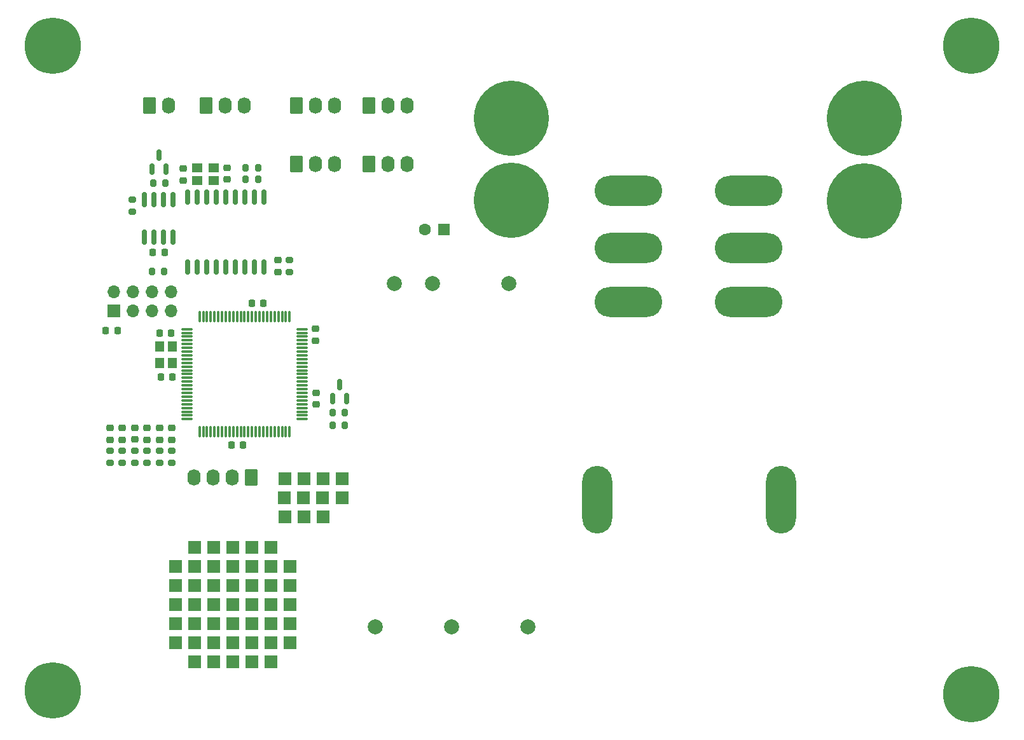
<source format=gbr>
%TF.GenerationSoftware,KiCad,Pcbnew,6.0.4-6f826c9f35~116~ubuntu20.04.1*%
%TF.CreationDate,2022-04-19T19:11:04+03:00*%
%TF.ProjectId,oskar_feet_rev1,6f736b61-725f-4666-9565-745f72657631,rev?*%
%TF.SameCoordinates,Original*%
%TF.FileFunction,Soldermask,Top*%
%TF.FilePolarity,Negative*%
%FSLAX46Y46*%
G04 Gerber Fmt 4.6, Leading zero omitted, Abs format (unit mm)*
G04 Created by KiCad (PCBNEW 6.0.4-6f826c9f35~116~ubuntu20.04.1) date 2022-04-19 19:11:04*
%MOMM*%
%LPD*%
G01*
G04 APERTURE LIST*
G04 Aperture macros list*
%AMRoundRect*
0 Rectangle with rounded corners*
0 $1 Rounding radius*
0 $2 $3 $4 $5 $6 $7 $8 $9 X,Y pos of 4 corners*
0 Add a 4 corners polygon primitive as box body*
4,1,4,$2,$3,$4,$5,$6,$7,$8,$9,$2,$3,0*
0 Add four circle primitives for the rounded corners*
1,1,$1+$1,$2,$3*
1,1,$1+$1,$4,$5*
1,1,$1+$1,$6,$7*
1,1,$1+$1,$8,$9*
0 Add four rect primitives between the rounded corners*
20,1,$1+$1,$2,$3,$4,$5,0*
20,1,$1+$1,$4,$5,$6,$7,0*
20,1,$1+$1,$6,$7,$8,$9,0*
20,1,$1+$1,$8,$9,$2,$3,0*%
G04 Aperture macros list end*
%ADD10R,1.700000X1.700000*%
%ADD11RoundRect,0.250000X-0.620000X-0.845000X0.620000X-0.845000X0.620000X0.845000X-0.620000X0.845000X0*%
%ADD12O,1.740000X2.190000*%
%ADD13RoundRect,0.200000X0.275000X-0.200000X0.275000X0.200000X-0.275000X0.200000X-0.275000X-0.200000X0*%
%ADD14C,7.500000*%
%ADD15C,4.700000*%
%ADD16RoundRect,0.218750X0.256250X-0.218750X0.256250X0.218750X-0.256250X0.218750X-0.256250X-0.218750X0*%
%ADD17RoundRect,0.225000X-0.225000X-0.250000X0.225000X-0.250000X0.225000X0.250000X-0.225000X0.250000X0*%
%ADD18RoundRect,0.225000X0.225000X0.250000X-0.225000X0.250000X-0.225000X-0.250000X0.225000X-0.250000X0*%
%ADD19RoundRect,0.075000X-0.075000X0.662500X-0.075000X-0.662500X0.075000X-0.662500X0.075000X0.662500X0*%
%ADD20RoundRect,0.075000X-0.662500X0.075000X-0.662500X-0.075000X0.662500X-0.075000X0.662500X0.075000X0*%
%ADD21O,1.700000X1.700000*%
%ADD22RoundRect,0.150000X0.150000X-0.587500X0.150000X0.587500X-0.150000X0.587500X-0.150000X-0.587500X0*%
%ADD23C,10.000000*%
%ADD24RoundRect,0.200000X-0.200000X-0.275000X0.200000X-0.275000X0.200000X0.275000X-0.200000X0.275000X0*%
%ADD25O,4.000000X9.000000*%
%ADD26O,9.000000X4.000000*%
%ADD27RoundRect,0.200000X-0.275000X0.200000X-0.275000X-0.200000X0.275000X-0.200000X0.275000X0.200000X0*%
%ADD28RoundRect,0.225000X0.250000X-0.225000X0.250000X0.225000X-0.250000X0.225000X-0.250000X-0.225000X0*%
%ADD29RoundRect,0.150000X0.150000X-0.825000X0.150000X0.825000X-0.150000X0.825000X-0.150000X-0.825000X0*%
%ADD30C,2.000000*%
%ADD31R,1.400000X1.200000*%
%ADD32RoundRect,0.200000X0.200000X0.275000X-0.200000X0.275000X-0.200000X-0.275000X0.200000X-0.275000X0*%
%ADD33RoundRect,0.250000X0.620000X0.845000X-0.620000X0.845000X-0.620000X-0.845000X0.620000X-0.845000X0*%
%ADD34RoundRect,0.150000X-0.150000X0.875000X-0.150000X-0.875000X0.150000X-0.875000X0.150000X0.875000X0*%
%ADD35RoundRect,0.225000X-0.250000X0.225000X-0.250000X-0.225000X0.250000X-0.225000X0.250000X0.225000X0*%
%ADD36R,1.200000X1.400000*%
%ADD37R,1.600000X1.600000*%
%ADD38C,1.600000*%
G04 APERTURE END LIST*
D10*
%TO.C,J47*%
X79476600Y-143027400D03*
%TD*%
%TO.C,J40*%
X74396600Y-135407400D03*
%TD*%
%TO.C,J63*%
X88856200Y-126212600D03*
%TD*%
D11*
%TO.C,J2*%
X68386760Y-73970850D03*
D12*
X70926760Y-73970850D03*
%TD*%
D13*
%TO.C,R11*%
X69723000Y-121602000D03*
X69723000Y-119952000D03*
%TD*%
%TO.C,R9*%
X66421000Y-121602000D03*
X66421000Y-119952000D03*
%TD*%
D10*
%TO.C,J53*%
X79476600Y-145567400D03*
%TD*%
D14*
%TO.C,H3*%
X55499000Y-151892000D03*
D15*
X55499000Y-151892000D03*
%TD*%
D16*
%TO.C,D3*%
X64770000Y-118516500D03*
X64770000Y-116941500D03*
%TD*%
D10*
%TO.C,J30*%
X79476600Y-148107400D03*
%TD*%
D17*
%TO.C,C4*%
X69752800Y-104291900D03*
X71302800Y-104291900D03*
%TD*%
D18*
%TO.C,C11*%
X70406360Y-93559650D03*
X68856360Y-93559650D03*
%TD*%
D14*
%TO.C,H4*%
X177800000Y-66040000D03*
D15*
X177800000Y-66040000D03*
%TD*%
D18*
%TO.C,C5*%
X64148000Y-104013000D03*
X62598000Y-104013000D03*
%TD*%
D10*
%TO.C,J65*%
X86436200Y-128752600D03*
%TD*%
D19*
%TO.C,U1*%
X87057000Y-102108000D03*
X86557000Y-102108000D03*
X86057000Y-102108000D03*
X85557000Y-102108000D03*
X85057000Y-102108000D03*
X84557000Y-102108000D03*
X84057000Y-102108000D03*
X83557000Y-102108000D03*
X83057000Y-102108000D03*
X82557000Y-102108000D03*
X82057000Y-102108000D03*
X81557000Y-102108000D03*
X81057000Y-102108000D03*
X80557000Y-102108000D03*
X80057000Y-102108000D03*
X79557000Y-102108000D03*
X79057000Y-102108000D03*
X78557000Y-102108000D03*
X78057000Y-102108000D03*
X77557000Y-102108000D03*
X77057000Y-102108000D03*
X76557000Y-102108000D03*
X76057000Y-102108000D03*
X75557000Y-102108000D03*
X75057000Y-102108000D03*
D20*
X73394500Y-103770500D03*
X73394500Y-104270500D03*
X73394500Y-104770500D03*
X73394500Y-105270500D03*
X73394500Y-105770500D03*
X73394500Y-106270500D03*
X73394500Y-106770500D03*
X73394500Y-107270500D03*
X73394500Y-107770500D03*
X73394500Y-108270500D03*
X73394500Y-108770500D03*
X73394500Y-109270500D03*
X73394500Y-109770500D03*
X73394500Y-110270500D03*
X73394500Y-110770500D03*
X73394500Y-111270500D03*
X73394500Y-111770500D03*
X73394500Y-112270500D03*
X73394500Y-112770500D03*
X73394500Y-113270500D03*
X73394500Y-113770500D03*
X73394500Y-114270500D03*
X73394500Y-114770500D03*
X73394500Y-115270500D03*
X73394500Y-115770500D03*
D19*
X75057000Y-117433000D03*
X75557000Y-117433000D03*
X76057000Y-117433000D03*
X76557000Y-117433000D03*
X77057000Y-117433000D03*
X77557000Y-117433000D03*
X78057000Y-117433000D03*
X78557000Y-117433000D03*
X79057000Y-117433000D03*
X79557000Y-117433000D03*
X80057000Y-117433000D03*
X80557000Y-117433000D03*
X81057000Y-117433000D03*
X81557000Y-117433000D03*
X82057000Y-117433000D03*
X82557000Y-117433000D03*
X83057000Y-117433000D03*
X83557000Y-117433000D03*
X84057000Y-117433000D03*
X84557000Y-117433000D03*
X85057000Y-117433000D03*
X85557000Y-117433000D03*
X86057000Y-117433000D03*
X86557000Y-117433000D03*
X87057000Y-117433000D03*
D20*
X88719500Y-115770500D03*
X88719500Y-115270500D03*
X88719500Y-114770500D03*
X88719500Y-114270500D03*
X88719500Y-113770500D03*
X88719500Y-113270500D03*
X88719500Y-112770500D03*
X88719500Y-112270500D03*
X88719500Y-111770500D03*
X88719500Y-111270500D03*
X88719500Y-110770500D03*
X88719500Y-110270500D03*
X88719500Y-109770500D03*
X88719500Y-109270500D03*
X88719500Y-108770500D03*
X88719500Y-108270500D03*
X88719500Y-107770500D03*
X88719500Y-107270500D03*
X88719500Y-106770500D03*
X88719500Y-106270500D03*
X88719500Y-105770500D03*
X88719500Y-105270500D03*
X88719500Y-104770500D03*
X88719500Y-104270500D03*
X88719500Y-103770500D03*
%TD*%
D13*
%TO.C,R4*%
X86995000Y-96202000D03*
X86995000Y-94552000D03*
%TD*%
D10*
%TO.C,J1*%
X63627000Y-101346000D03*
D21*
X63627000Y-98806000D03*
X66167000Y-101346000D03*
X66167000Y-98806000D03*
X68707000Y-101346000D03*
X68707000Y-98806000D03*
X71247000Y-101346000D03*
X71247000Y-98806000D03*
%TD*%
D22*
%TO.C,Q1*%
X92776000Y-113057500D03*
X94676000Y-113057500D03*
X93726000Y-111182500D03*
%TD*%
D10*
%TO.C,J24*%
X87096600Y-140487400D03*
%TD*%
D22*
%TO.C,D1*%
X68706760Y-82457550D03*
X70606760Y-82457550D03*
X69656760Y-80582550D03*
%TD*%
D11*
%TO.C,J6*%
X97586800Y-73958000D03*
D12*
X100126800Y-73958000D03*
X102666800Y-73958000D03*
%TD*%
D10*
%TO.C,J60*%
X91516200Y-123672600D03*
%TD*%
D23*
%TO.C,J8*%
X116586000Y-75653600D03*
X116586000Y-86653600D03*
%TD*%
D10*
%TO.C,J50*%
X82016600Y-140487400D03*
%TD*%
%TO.C,J54*%
X79476600Y-135407400D03*
%TD*%
D16*
%TO.C,D4*%
X66421000Y-118491000D03*
X66421000Y-116916000D03*
%TD*%
D10*
%TO.C,J29*%
X84556600Y-148107400D03*
%TD*%
%TO.C,J22*%
X87096600Y-137947400D03*
%TD*%
%TO.C,J48*%
X74396600Y-145567400D03*
%TD*%
%TO.C,J12*%
X74396600Y-132867400D03*
%TD*%
%TO.C,J55*%
X76936600Y-137947400D03*
%TD*%
D11*
%TO.C,J4*%
X87916800Y-81808000D03*
D12*
X90456800Y-81808000D03*
X92996800Y-81808000D03*
%TD*%
D24*
%TO.C,R13*%
X81204300Y-82320900D03*
X82854300Y-82320900D03*
%TD*%
D25*
%TO.C,K1*%
X127965200Y-126466600D03*
X152476200Y-126466600D03*
D26*
X132158200Y-85366600D03*
X148158200Y-85366600D03*
X132156200Y-92938600D03*
X148158200Y-92938600D03*
X132156200Y-100177600D03*
X148158200Y-100177600D03*
%TD*%
D27*
%TO.C,R2*%
X66151560Y-86523850D03*
X66151560Y-88173850D03*
%TD*%
D10*
%TO.C,J32*%
X82016600Y-143027400D03*
%TD*%
%TO.C,J18*%
X71856600Y-145567400D03*
%TD*%
D28*
%TO.C,C9*%
X72898000Y-83973000D03*
X72898000Y-82423000D03*
%TD*%
D10*
%TO.C,J62*%
X86316200Y-126212600D03*
%TD*%
D13*
%TO.C,R10*%
X68072000Y-121602000D03*
X68072000Y-119952000D03*
%TD*%
D10*
%TO.C,J61*%
X94056200Y-123672600D03*
%TD*%
%TO.C,J21*%
X82016600Y-148107400D03*
%TD*%
D13*
%TO.C,R8*%
X64770000Y-121602000D03*
X64770000Y-119952000D03*
%TD*%
D16*
%TO.C,D7*%
X71374000Y-118542000D03*
X71374000Y-116967000D03*
%TD*%
D11*
%TO.C,J9*%
X75900455Y-73958000D03*
D12*
X78440455Y-73958000D03*
X80980455Y-73958000D03*
%TD*%
D16*
%TO.C,D2*%
X63119000Y-118516500D03*
X63119000Y-116941500D03*
%TD*%
D29*
%TO.C,U3*%
X67751760Y-91488050D03*
X69021760Y-91488050D03*
X70291760Y-91488050D03*
X71561760Y-91488050D03*
X71561760Y-86538050D03*
X70291760Y-86538050D03*
X69021760Y-86538050D03*
X67751760Y-86538050D03*
%TD*%
D16*
%TO.C,D5*%
X68072000Y-118516500D03*
X68072000Y-116941500D03*
%TD*%
D30*
%TO.C,U4*%
X116255800Y-97744245D03*
X106095800Y-97744245D03*
X101015800Y-97744245D03*
X98475800Y-143464245D03*
X108635800Y-143464245D03*
X118795800Y-143464245D03*
%TD*%
D18*
%TO.C,C7*%
X83579000Y-100321700D03*
X82029000Y-100321700D03*
%TD*%
D31*
%TO.C,Y1*%
X76919000Y-82271800D03*
X74719000Y-82271800D03*
X74719000Y-83971800D03*
X76919000Y-83971800D03*
%TD*%
D10*
%TO.C,J25*%
X87096600Y-143027400D03*
%TD*%
%TO.C,J64*%
X88976200Y-128752600D03*
%TD*%
D14*
%TO.C,H2*%
X55499000Y-66040000D03*
D15*
X55499000Y-66040000D03*
%TD*%
D10*
%TO.C,J59*%
X88976200Y-123672600D03*
%TD*%
D15*
%TO.C,H1*%
X177800000Y-152400000D03*
D14*
X177800000Y-152400000D03*
%TD*%
D10*
%TO.C,J28*%
X87096600Y-135407400D03*
%TD*%
%TO.C,J36*%
X84556600Y-143027400D03*
%TD*%
%TO.C,J38*%
X76936600Y-145567400D03*
%TD*%
%TO.C,J31*%
X76936600Y-135407400D03*
%TD*%
D32*
%TO.C,R1*%
X70358000Y-96139000D03*
X68708000Y-96139000D03*
%TD*%
D17*
%TO.C,C6*%
X79285800Y-119253000D03*
X80835800Y-119253000D03*
%TD*%
D10*
%TO.C,J11*%
X76936600Y-132867400D03*
%TD*%
%TO.C,J33*%
X84556600Y-137947400D03*
%TD*%
D23*
%TO.C,J7*%
X163525200Y-75704400D03*
X163525200Y-86704400D03*
%TD*%
D33*
%TO.C,J10*%
X81915000Y-123551000D03*
D12*
X79375000Y-123551000D03*
X76835000Y-123551000D03*
X74295000Y-123551000D03*
%TD*%
D10*
%TO.C,J66*%
X94056200Y-126212600D03*
%TD*%
%TO.C,J56*%
X91516200Y-128752600D03*
%TD*%
D28*
%TO.C,C10*%
X85471000Y-96152000D03*
X85471000Y-94602000D03*
%TD*%
D10*
%TO.C,J20*%
X71856600Y-135407400D03*
%TD*%
%TO.C,J15*%
X79476600Y-132867400D03*
%TD*%
%TO.C,J39*%
X79476600Y-137947400D03*
%TD*%
D34*
%TO.C,U2*%
X83616800Y-86193400D03*
X82346800Y-86193400D03*
X81076800Y-86193400D03*
X79806800Y-86193400D03*
X78536800Y-86193400D03*
X77266800Y-86193400D03*
X75996800Y-86193400D03*
X74726800Y-86193400D03*
X73456800Y-86193400D03*
X73456800Y-95493400D03*
X74726800Y-95493400D03*
X75996800Y-95493400D03*
X77266800Y-95493400D03*
X78536800Y-95493400D03*
X79806800Y-95493400D03*
X81076800Y-95493400D03*
X82346800Y-95493400D03*
X83616800Y-95493400D03*
%TD*%
D32*
%TO.C,R5*%
X94398600Y-114865500D03*
X92748600Y-114865500D03*
%TD*%
D10*
%TO.C,J17*%
X84556600Y-132867400D03*
%TD*%
%TO.C,J44*%
X79476600Y-140487400D03*
%TD*%
D28*
%TO.C,C1*%
X90551000Y-113818000D03*
X90551000Y-112268000D03*
%TD*%
D24*
%TO.C,R14*%
X81204300Y-83844900D03*
X82854300Y-83844900D03*
%TD*%
D10*
%TO.C,J43*%
X84556600Y-135407400D03*
%TD*%
%TO.C,J13*%
X82016600Y-132867400D03*
%TD*%
D11*
%TO.C,J3*%
X97586800Y-81808000D03*
D12*
X100126800Y-81808000D03*
X102666800Y-81808000D03*
%TD*%
D13*
%TO.C,R12*%
X71374000Y-121602000D03*
X71374000Y-119952000D03*
%TD*%
D10*
%TO.C,J19*%
X71856600Y-140487400D03*
%TD*%
D24*
%TO.C,R3*%
X68870360Y-84364850D03*
X70520360Y-84364850D03*
%TD*%
D35*
%TO.C,C2*%
X90519800Y-103747700D03*
X90519800Y-105297700D03*
%TD*%
D10*
%TO.C,J34*%
X76936600Y-143027400D03*
%TD*%
D28*
%TO.C,C8*%
X78740000Y-83807600D03*
X78740000Y-82257600D03*
%TD*%
D10*
%TO.C,J52*%
X74396600Y-140487400D03*
%TD*%
%TO.C,J27*%
X76936600Y-148107400D03*
%TD*%
%TO.C,J42*%
X74396600Y-143027400D03*
%TD*%
%TO.C,J58*%
X86436200Y-123672600D03*
%TD*%
%TO.C,J49*%
X82016600Y-145567400D03*
%TD*%
%TO.C,J23*%
X87096600Y-145567400D03*
%TD*%
D13*
%TO.C,R7*%
X63119000Y-121602000D03*
X63119000Y-119952000D03*
%TD*%
D10*
%TO.C,J16*%
X71856600Y-137947400D03*
%TD*%
%TO.C,J51*%
X76936600Y-140487400D03*
%TD*%
D24*
%TO.C,R6*%
X92774000Y-116586000D03*
X94424000Y-116586000D03*
%TD*%
D10*
%TO.C,J37*%
X74396600Y-137947400D03*
%TD*%
%TO.C,J46*%
X82016600Y-137947400D03*
%TD*%
%TO.C,J67*%
X91396200Y-126212600D03*
%TD*%
D17*
%TO.C,C3*%
X69905200Y-110133900D03*
X71455200Y-110133900D03*
%TD*%
D16*
%TO.C,D6*%
X69723000Y-118516500D03*
X69723000Y-116941500D03*
%TD*%
D11*
%TO.C,J5*%
X87916800Y-73958000D03*
D12*
X90456800Y-73958000D03*
X92996800Y-73958000D03*
%TD*%
D10*
%TO.C,J45*%
X84556600Y-145567400D03*
%TD*%
%TO.C,J14*%
X71856600Y-143027400D03*
%TD*%
D36*
%TO.C,Y3*%
X69742200Y-106105100D03*
X69742200Y-108305100D03*
X71442200Y-108305100D03*
X71442200Y-106105100D03*
%TD*%
D10*
%TO.C,J35*%
X84556600Y-140487400D03*
%TD*%
%TO.C,J26*%
X74396600Y-148107400D03*
%TD*%
D37*
%TO.C,C12*%
X107578651Y-90551000D03*
D38*
X105078651Y-90551000D03*
%TD*%
D10*
%TO.C,J41*%
X82016600Y-135407400D03*
%TD*%
M02*

</source>
